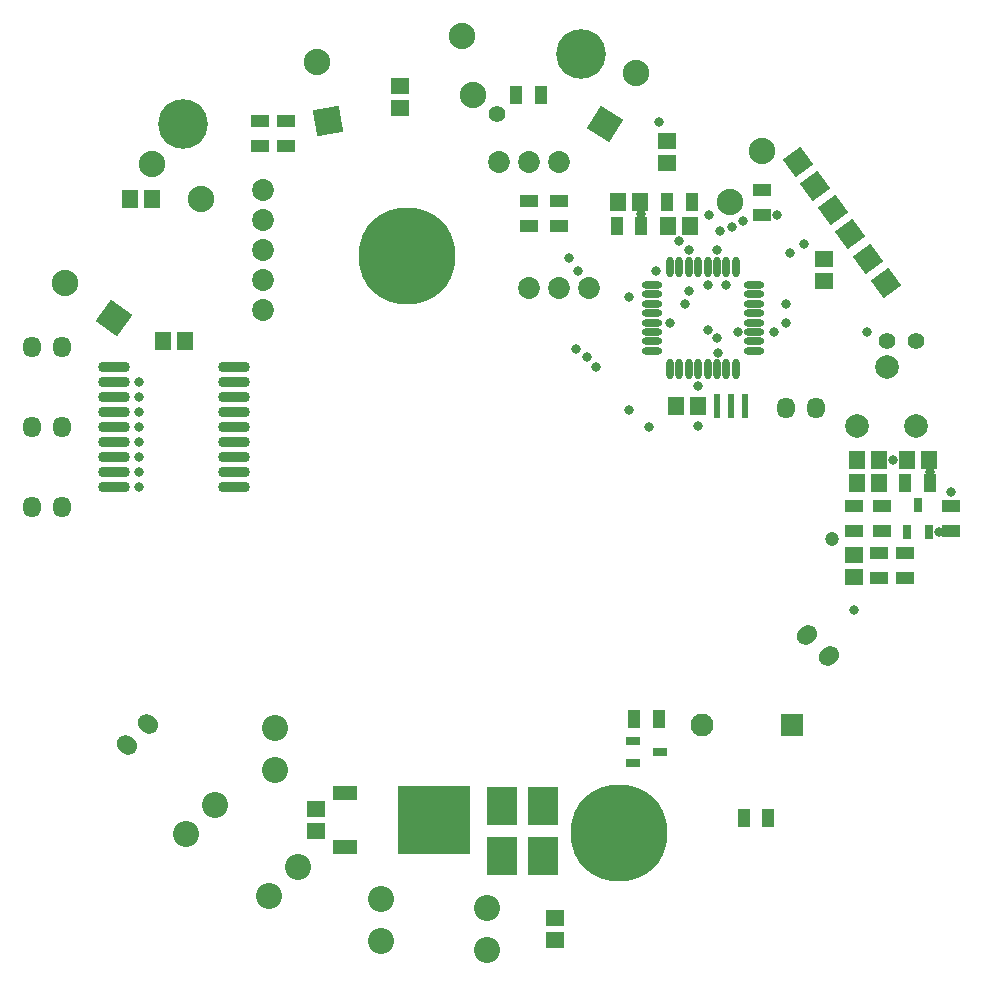
<source format=gts>
G04 Layer_Color=8388736*
%FSTAX24Y24*%
%MOIN*%
G70*
G01*
G75*
%ADD55R,0.0984X0.1312*%
%ADD56R,0.0533X0.0631*%
%ADD57R,0.0612X0.0434*%
%ADD58R,0.0434X0.0612*%
%ADD59R,0.0631X0.0533*%
%ADD60O,0.1064X0.0356*%
%ADD61R,0.0237X0.0828*%
%ADD62O,0.0671X0.0237*%
%ADD63O,0.0237X0.0671*%
%ADD64C,0.0552*%
%ADD65R,0.0474X0.0316*%
%ADD66R,0.2442X0.2285*%
%ADD67R,0.0789X0.0474*%
%ADD68R,0.0316X0.0474*%
%ADD69O,0.0592X0.0710*%
G04:AMPARAMS|DCode=70|XSize=71mil|YSize=59.2mil|CornerRadius=0mil|HoleSize=0mil|Usage=FLASHONLY|Rotation=45.000|XOffset=0mil|YOffset=0mil|HoleType=Round|Shape=Round|*
%AMOVALD70*
21,1,0.0118,0.0592,0.0000,0.0000,45.0*
1,1,0.0592,-0.0042,-0.0042*
1,1,0.0592,0.0042,0.0042*
%
%ADD70OVALD70*%

G04:AMPARAMS|DCode=71|XSize=71mil|YSize=59.2mil|CornerRadius=0mil|HoleSize=0mil|Usage=FLASHONLY|Rotation=315.000|XOffset=0mil|YOffset=0mil|HoleType=Round|Shape=Round|*
%AMOVALD71*
21,1,0.0118,0.0592,0.0000,0.0000,315.0*
1,1,0.0592,-0.0042,0.0042*
1,1,0.0592,0.0042,-0.0042*
%
%ADD71OVALD71*%

%ADD72C,0.0730*%
%ADD73C,0.1655*%
%ADD74P,0.1032X4X81.0*%
%ADD75C,0.0789*%
%ADD76P,0.1245X4X325.0*%
%ADD77C,0.0880*%
%ADD78P,0.1245X4X283.0*%
%ADD79P,0.1245X4X369.0*%
%ADD80C,0.3230*%
%ADD81C,0.0867*%
%ADD82R,0.0769X0.0769*%
%ADD83C,0.0769*%
%ADD84C,0.0316*%
%ADD85C,0.0474*%
D55*
X185963Y13263D02*
D03*
X184585Y132643D02*
D03*
X185963Y134295D02*
D03*
X184585Y134308D02*
D03*
D56*
X196423Y145854D02*
D03*
X197151D02*
D03*
X196423Y145067D02*
D03*
X197151D02*
D03*
X174024Y149791D02*
D03*
X173296D02*
D03*
X17219Y15454D02*
D03*
X172919D02*
D03*
X190855Y15363D02*
D03*
X190126D02*
D03*
X188453Y154429D02*
D03*
X189182D02*
D03*
X191121Y147626D02*
D03*
X190392D02*
D03*
X198099Y145854D02*
D03*
X198827D02*
D03*
D57*
X197242Y144302D02*
D03*
Y143476D02*
D03*
X196332D02*
D03*
Y144302D02*
D03*
X198003Y142724D02*
D03*
Y141897D02*
D03*
X19716Y142724D02*
D03*
Y141897D02*
D03*
X177392Y157139D02*
D03*
Y156312D02*
D03*
X176514Y157139D02*
D03*
Y156312D02*
D03*
X193239Y154843D02*
D03*
Y154016D02*
D03*
X185471Y15363D02*
D03*
Y154456D02*
D03*
X186471D02*
D03*
Y15363D02*
D03*
X199546Y143476D02*
D03*
Y144302D02*
D03*
D58*
X198857Y145067D02*
D03*
X19803D02*
D03*
X185884Y157993D02*
D03*
X185058D02*
D03*
X190077Y154429D02*
D03*
X190904D02*
D03*
X189231Y15363D02*
D03*
X188404D02*
D03*
X19264Y133919D02*
D03*
X193467D02*
D03*
X189821Y137193D02*
D03*
X188995D02*
D03*
D59*
X196332Y142675D02*
D03*
Y141947D02*
D03*
X190093Y156461D02*
D03*
Y155733D02*
D03*
X181191Y158294D02*
D03*
Y157566D02*
D03*
X195313Y151819D02*
D03*
Y152547D02*
D03*
X186357Y12984D02*
D03*
Y130569D02*
D03*
X178384Y133483D02*
D03*
Y134211D02*
D03*
D60*
X171658Y144937D02*
D03*
Y145437D02*
D03*
Y145937D02*
D03*
Y146437D02*
D03*
Y146937D02*
D03*
Y147437D02*
D03*
Y147937D02*
D03*
Y148437D02*
D03*
Y148937D02*
D03*
X175661Y148937D02*
D03*
Y148437D02*
D03*
Y147937D02*
D03*
Y147437D02*
D03*
Y146937D02*
D03*
Y146437D02*
D03*
Y145937D02*
D03*
Y145437D02*
D03*
Y144937D02*
D03*
D61*
X192223Y147626D02*
D03*
X192695D02*
D03*
X19175D02*
D03*
D62*
X18958Y149476D02*
D03*
Y149791D02*
D03*
Y150106D02*
D03*
Y150421D02*
D03*
Y150736D02*
D03*
Y151051D02*
D03*
Y151366D02*
D03*
Y151681D02*
D03*
X192976Y151681D02*
D03*
Y151366D02*
D03*
Y151051D02*
D03*
Y150736D02*
D03*
Y150421D02*
D03*
Y150106D02*
D03*
Y149791D02*
D03*
Y149476D02*
D03*
D63*
X190176Y152276D02*
D03*
X190491D02*
D03*
X190806D02*
D03*
X191121D02*
D03*
X191435D02*
D03*
X19175D02*
D03*
X192065D02*
D03*
X19238D02*
D03*
X19238Y148881D02*
D03*
X192065D02*
D03*
X19175D02*
D03*
X191435D02*
D03*
X191121D02*
D03*
X190806D02*
D03*
X190491D02*
D03*
X190176D02*
D03*
D64*
X197407Y149791D02*
D03*
X198391D02*
D03*
X184434Y15737D02*
D03*
D65*
X189862Y13611D02*
D03*
X188954Y135736D02*
D03*
Y136484D02*
D03*
D66*
X18233Y133847D02*
D03*
D67*
X17936Y13295D02*
D03*
Y134745D02*
D03*
D68*
X198443Y144343D02*
D03*
X198817Y143435D02*
D03*
X198069D02*
D03*
D69*
X168928Y144279D02*
D03*
X169928D02*
D03*
Y149594D02*
D03*
X168928D02*
D03*
Y146937D02*
D03*
X169928D02*
D03*
X194047Y147584D02*
D03*
X195047D02*
D03*
D70*
X194763Y140007D02*
D03*
X19547Y1393D02*
D03*
D71*
X172074Y136331D02*
D03*
X172781Y137038D02*
D03*
D72*
X176618Y150842D02*
D03*
Y151842D02*
D03*
Y152842D02*
D03*
Y154842D02*
D03*
Y153842D02*
D03*
X184471Y155762D02*
D03*
X185471D02*
D03*
X186471D02*
D03*
X187471Y151563D02*
D03*
X186471D02*
D03*
X185471D02*
D03*
D73*
X173955Y157029D02*
D03*
X187204Y159378D02*
D03*
D74*
X195612Y154165D02*
D03*
X195024Y154974D02*
D03*
X194436Y155783D02*
D03*
X196199Y153356D02*
D03*
X196787Y152547D02*
D03*
X197375Y151738D02*
D03*
D75*
X196423Y146986D02*
D03*
X197407Y148954D02*
D03*
X198391Y146986D02*
D03*
D76*
X178769Y157139D02*
D03*
D77*
X178421Y159109D02*
D03*
X183613Y157993D02*
D03*
X183266Y159963D02*
D03*
X189067Y158732D02*
D03*
X192179Y154429D02*
D03*
X193239Y156125D02*
D03*
X170027Y151735D02*
D03*
X174537Y15454D02*
D03*
X172919Y155715D02*
D03*
D78*
X188007Y157036D02*
D03*
D79*
X171645Y15056D02*
D03*
D80*
X188497Y133404D02*
D03*
X181427Y152644D02*
D03*
D81*
X18055Y129811D02*
D03*
Y131189D02*
D03*
X177027Y136897D02*
D03*
Y135519D02*
D03*
X175033Y134333D02*
D03*
X174059Y133359D02*
D03*
X177789Y132266D02*
D03*
X176814Y131292D02*
D03*
X184093Y129522D02*
D03*
Y1309D02*
D03*
D82*
X194254Y136996D02*
D03*
D83*
X191254D02*
D03*
D84*
X187046Y149535D02*
D03*
X191435Y150185D02*
D03*
X187715Y148954D02*
D03*
X191435Y151681D02*
D03*
X190806Y151464D02*
D03*
Y152842D02*
D03*
X19177Y149417D02*
D03*
X190673Y151051D02*
D03*
X192065Y151681D02*
D03*
X194192Y152744D02*
D03*
X194646Y153039D02*
D03*
X187407Y14926D02*
D03*
X19175Y14989D02*
D03*
X192459Y150106D02*
D03*
X19364D02*
D03*
X196744D02*
D03*
X194047Y150421D02*
D03*
Y151051D02*
D03*
X19018Y150421D02*
D03*
X188817Y151267D02*
D03*
X189231Y154023D02*
D03*
X186809Y152567D02*
D03*
X187105Y152153D02*
D03*
X189703Y152134D02*
D03*
X189802Y157106D02*
D03*
X198857Y145446D02*
D03*
X191475Y154006D02*
D03*
X190491Y153138D02*
D03*
X193739Y154016D02*
D03*
X191121Y148315D02*
D03*
X19175Y152842D02*
D03*
X199546Y14476D02*
D03*
X199152Y143435D02*
D03*
X197625Y145854D02*
D03*
X196332Y140839D02*
D03*
X172477Y147937D02*
D03*
Y148437D02*
D03*
Y147437D02*
D03*
Y146937D02*
D03*
Y146437D02*
D03*
Y145937D02*
D03*
Y145437D02*
D03*
Y144937D02*
D03*
X188827Y147519D02*
D03*
X189471Y146937D02*
D03*
X191113Y146986D02*
D03*
X191841Y15347D02*
D03*
X192237Y153596D02*
D03*
X192613Y153799D02*
D03*
D85*
X195589Y143197D02*
D03*
M02*

</source>
